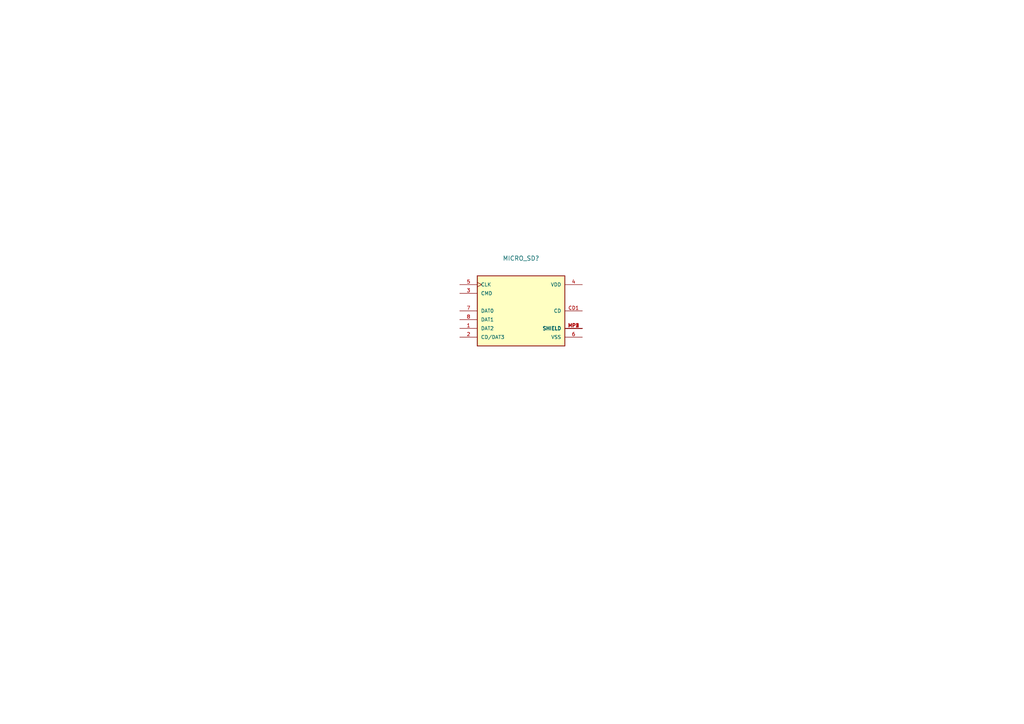
<source format=kicad_sch>
(kicad_sch (version 20211123) (generator eeschema)
  (paper "A4")
  (lib_symbols
    (symbol "TF-01A:TF-01A" (pin_names (offset 1.016))
      (property "Reference" "MICRO_SD" (at -12.7 10.795 0))
      (property "Value" "TF-01A" (at -12.7 -12.7 0))
      (symbol "TF-01A_0_0"
        (rectangle (start -12.7 -10.16) (end 12.7 10.16) (stroke (width 0.254)) (fill (type background)))
        (pin bidirectional line (at -17.78 -5.08 0) (length 5.08) (name "DAT2") (number "1"))
        (pin bidirectional line (at -17.78 -7.62 0) (length 5.08) (name "CD/DAT3") (number "2"))
        (pin bidirectional line (at -17.78 5.08 0) (length 5.08) (name "CMD") (number "3"))
        (pin power_in line (at 17.78 7.62 180) (length 5.08) (name "VDD") (number "4"))
        (pin bidirectional clock (at -17.78 7.62 0) (length 5.08) (name "CLK") (number "5"))
        (pin power_in line (at 17.78 -7.62 180) (length 5.08) (name "VSS") (number "6"))
        (pin bidirectional line (at -17.78 0 0) (length 5.08) (name "DAT0") (number "7"))
        (pin bidirectional line (at -17.78 -2.54 0) (length 5.08) (name "DAT1") (number "8"))
        (pin passive line (at 17.78 0 180) (length 5.08) (name "CD") (number "CD1"))
        (pin power_in line (at 17.78 -5.08 180) (length 5.08) (name "SHIELD") (number "MP1"))
        (pin power_in line (at 17.78 -5.08 180) (length 5.08) (name "SHIELD") (number "MP2"))
        (pin power_in line (at 17.78 -5.08 180) (length 5.08) (name "SHIELD") (number "MP3"))
        (pin power_in line (at 17.78 -5.08 180) (length 5.08) (name "SHIELD") (number "MP4"))
      )
    )
  )
  (symbol (lib_id "TF-01A:TF-01A") (at 151.13 90.17 0) (unit 1)
    (property "Reference" "MICRO_SD?" (at 151.13 74.93 0))
    (property "JLCPCB P/N" "C91145" (effects hide))
  )
)
</source>
